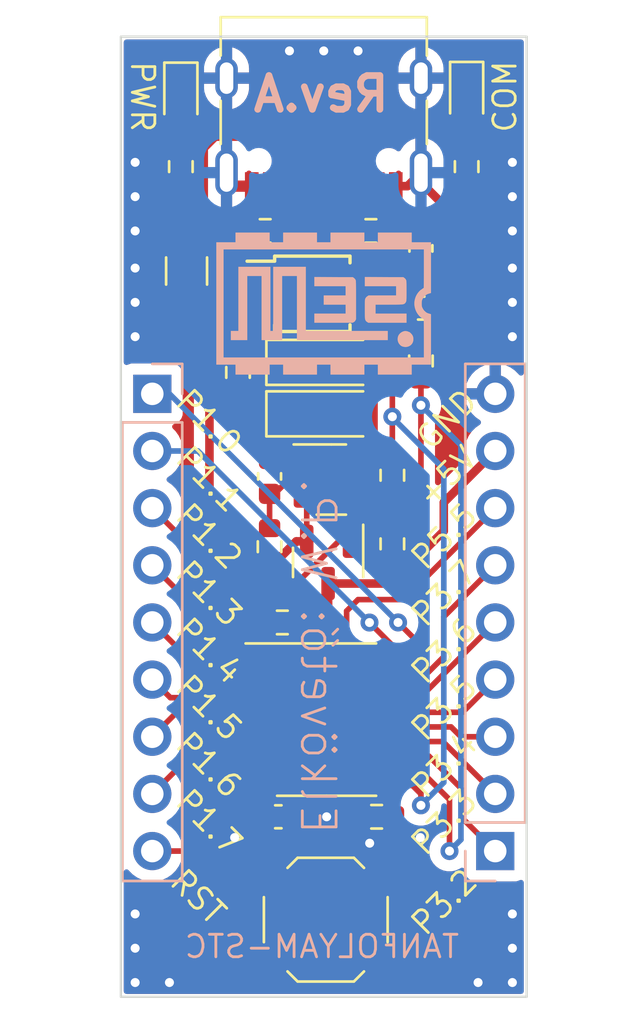
<source format=kicad_pcb>
(kicad_pcb (version 20221018) (generator pcbnew)
  (layers (0 "F.Cu" signal) (31 "B.Cu" signal) (34 "B.Paste" user) (35 "F.Paste" user) (36 "B.SilkS" user "B.Silkscreen") (37 "F.SilkS" user "F.Silkscreen") (38 "B.Mask" user) (39 "F.Mask" user) (44 "Edge.Cuts" user))
  (net 0 "")
  (net 1 "VCC")
  (net 2 "GND")
  (net 3 "Net-(U1-V3)")
  (net 4 "VBUS")
  (net 5 "Net-(D2-A)")
  (net 6 "Net-(C4-Pad2)")
  (net 7 "Net-(D1-K)")
  (net 8 "/P3.0")
  (net 9 "Net-(D3-A)")
  (net 10 "Net-(D4-A)")
  (net 11 "Net-(F1-Pad1)")
  (net 12 "/P1.0")
  (net 13 "/P1.1")
  (net 14 "/P1.2")
  (net 15 "/P1.3")
  (net 16 "/P1.4")
  (net 17 "/P1.5")
  (net 18 "/P1.6")
  (net 19 "/P1.7")
  (net 20 "/RST")
  (net 21 "/P3.2")
  (net 22 "/P3.3")
  (net 23 "/P3.4")
  (net 24 "/P3.5")
  (net 25 "/P3.6")
  (net 26 "/P3.7")
  (net 27 "/P5.5")
  (net 28 "Net-(J3-CC1)")
  (net 29 "/USB_DP")
  (net 30 "/USB_DM")
  (net 32 "Net-(J3-CC2)")
  (net 34 "Net-(Q1-C)")
  (net 35 "/P3.1")
  (net 36 "Net-(U1-RXD)")
  (net 37 "Net-(U1-~{RTS})")
  (net 38 "Net-(U1-TNOW)")
  (footprint "Resistor_SMD:R_0603_1608Metric" (layer "F.Cu") (at 126.809 100.076)
    (fp_text reference "R4" hide)
    (fp_text value "10k")
  )
  (footprint "Resistor_SMD:R_0603_1608Metric" (layer "F.Cu") (at 128.778 79.819 90)
    (fp_text reference "R1" hide)
    (fp_text value "220")
  )
  (footprint "jlcpcb_rotation:USB_C_Receptacle_G-Switch_GT-USB-7010ASV" (layer "F.Cu") (at 124.46 69.626 180)
    (fp_text reference "J3" hide)
    (fp_text value "USB_C_Receptacle_USB2.0")
  )
  (footprint "Capacitor_SMD:C_0603_1608Metric" (layer "F.Cu") (at 122.441 100.076)
    (fp_text reference "C1" hide)
    (fp_text value "100nF")
  )
  (footprint "Button_Switch_SMD:SW_SPST_TL3342" (layer "F.Cu") (at 124.549 104.648)
    (fp_text reference "SW1" hide)
    (fp_text value "SW_Push")
  )
  (footprint "Capacitor_SMD:C_0603_1608Metric" (layer "F.Cu") (at 128.791 77.47)
    (fp_text reference "C3" hide)
    (fp_text value "100nF")
  )
  (footprint "jlcpcb_rotation:MSOP-10_3x3mm_P0.5mm" (layer "F.Cu") (at 123.952 76.835 -90)
    (fp_text reference "U1" hide)
    (fp_text value "CH340E")
  )
  (footprint "Resistor_SMD:R_0603_1608Metric" (layer "F.Cu") (at 121.857 74.041 180)
    (fp_text reference "R8" hide)
    (fp_text value "5k1")
  )
  (footprint "Capacitor_SMD:C_0603_1608Metric" (layer "F.Cu") (at 122.052 84.95 90)
    (fp_text reference "C4" hide)
    (fp_text value "1uF")
  )
  (footprint "jlcpcb_rotation:SOT-23" (layer "F.Cu") (at 124.653 88.773 90)
    (fp_text reference "Q2" hide)
    (fp_text value "AO3401")
  )
  (footprint "Resistor_SMD:R_0603_1608Metric" (layer "F.Cu") (at 122.619 91.44 180)
    (fp_text reference "R7" hide)
    (fp_text value "10k")
  )
  (footprint "Fuse:Fuse_1206_3216Metric" (layer "F.Cu") (at 118.364 75.822 -90)
    (fp_text reference "F1" hide)
    (fp_text value "1A")
  )
  (footprint "Resistor_SMD:R_0603_1608Metric" (layer "F.Cu") (at 122.052 88.074 90)
    (fp_text reference "R5" hide)
    (fp_text value "10k")
  )
  (footprint "Resistor_SMD:R_0603_1608Metric" (layer "F.Cu") (at 127.508 84.899 90)
    (fp_text reference "R2" hide)
    (fp_text value "10k")
  )
  (footprint "Diode_SMD:D_MiniMELF" (layer "F.Cu") (at 124.46 79.883)
    (fp_text reference "D1" hide)
    (fp_text value "LL4148")
  )
  (footprint "Resistor_SMD:R_0603_1608Metric" (layer "F.Cu") (at 120.65 80.328 90)
    (fp_text reference "R6" hide)
    (fp_text value "220")
  )
  (footprint "LED_SMD:LED_0603_1608Metric" (layer "F.Cu") (at 118.11 68.0465 -90)
    (fp_text reference "D3" hide)
    (fp_text value "RED")
  )
  (footprint "Resistor_SMD:R_0603_1608Metric" (layer "F.Cu") (at 130.81 71.183 90)
    (fp_text reference "R11" hide)
    (fp_text value "1k")
  )
  (footprint "Resistor_SMD:R_0603_1608Metric" (layer "F.Cu") (at 126.555 74.041)
    (fp_text reference "R9" hide)
    (fp_text value "5k1")
  )
  (footprint "jlcpcb_rotation:TSSOP-20_4.4x6.5mm_P0.65mm" (layer "F.Cu") (at 124.587 95.758 -90)
    (fp_text reference "U2" hide)
    (fp_text value "STC8G1K08")
  )
  (footprint "Resistor_SMD:R_0603_1608Metric" (layer "F.Cu") (at 118.11 71.183 90)
    (fp_text reference "R10" hide)
    (fp_text value "1k")
  )
  (footprint "LED_SMD:LED_0603_1608Metric" (layer "F.Cu") (at 130.81 68.0155 -90)
    (fp_text reference "D4" hide)
    (fp_text value "ACT")
  )
  (footprint "Resistor_SMD:R_0603_1608Metric" (layer "F.Cu") (at 127.508 87.947 90)
    (fp_text reference "R3" hide)
    (fp_text value "10k")
  )
  (footprint "Capacitor_SMD:C_0603_1608Metric" (layer "F.Cu") (at 128.778 74.816 90)
    (fp_text reference "C2" hide)
    (fp_text value "1uF")
  )
  (footprint "jlcpcb_rotation:SOT-23" (layer "F.Cu") (at 124.7975 85.09 180)
    (fp_text reference "Q1" hide)
    (fp_text value "MMBT3906")
  )
  (footprint "Diode_SMD:D_MiniMELF" (layer "F.Cu") (at 124.46 82.169)
    (fp_text reference "D2" hide)
    (fp_text value "LL4148")
  )
  (footprint "Connector_PinHeader_2.54mm:PinHeader_1x09_P2.54mm_Vertical" (layer "B.Cu") (at 132.08 101.6)
    (fp_text reference "J2" hide)
    (fp_text value "Conn_01x09_Male")
  )
  (footprint "Connector_PinHeader_2.54mm:PinHeader_1x09_P2.54mm_Vertical" (layer "B.Cu") (at 116.84 81.28 180)
    (fp_text reference "J1" hide)
    (fp_text value "Conn_01x09_Male")
  )
  (gr_poly (pts (xy 127.139939 76.092059) (xy 127.994668 76.095159) (xy 128.04221 76.129266) (xy 128.047292 76.132942) (xy 128.052439 76.136971) (xy 128.057619 76.141317) (xy 128.0628 76.145947) (xy 128.067951 76.150826) (xy 128.07304 76.155917) (xy 128.078036 76.161188) (xy 128.082905 76.166602) (xy 128.087618 76.172125) (xy 128.09214 76.177722) (xy 128.096442 76.183359) (xy 128.100491 76.189) (xy 128.104256 76.194611) (xy 128.107704 76.200157) (xy 128.110803 76.205603) (xy 128.113523 76.210914) (xy 128.121073 76.228153) (xy 128.12683 76.248251) (xy 128.131037 76.276099) (xy 128.133935 76.316593) (xy 128.135768 76.374624) (xy 128.136778 76.455086) (xy 128.137294 76.702874) (xy 128.137204 76.843684) (xy 128.137042 76.901472) (xy 128.136762 76.951696) (xy 128.136329 76.994992) (xy 128.135714 77.031996) (xy 128.134883 77.063344) (xy 128.133806 77.089672) (xy 128.132451 77.111615) (xy 128.131658 77.121142) (xy 128.130784 77.12981) (xy 128.129825 77.137701) (xy 128.128776 77.144892) (xy 128.127634 77.151465) (xy 128.126394 77.157497) (xy 128.125053 77.16307) (xy 128.123606 77.168262) (xy 128.12205 77.173152) (xy 128.120381 77.177821) (xy 128.116686 77.186811) (xy 128.11249 77.195867) (xy 128.110013 77.200971) (xy 128.107256 77.20618) (xy 128.104254 77.211453) (xy 128.101041 77.216748) (xy 128.097652 77.222025) (xy 128.094123 77.227242) (xy 128.090487 77.23236) (xy 128.086781 77.237337) (xy 128.083038 77.242133) (xy 128.079294 77.246706) (xy 128.075583 77.251015) (xy 128.07194 77.255021) (xy 128.0684 77.258681) (xy 128.064998 77.261955) (xy 128.061768 77.264802) (xy 128.058746 77.267181) (xy 128.033699 77.282621) (xy 128.019977 77.288934) (xy 128.004292 77.294392) (xy 127.985774 77.299056) (xy 127.963549 77.302989) (xy 127.904492 77.308909) (xy 127.820147 77.31265) (xy 127.703535 77.314707) (xy 127.345611 77.315756) (xy 126.760635 77.315756) (xy 126.760635 77.713665) (xy 128.137294 77.713665) (xy 128.137294 78.121909) (xy 126.441274 78.121909) (xy 126.387531 78.086769) (xy 126.380199 78.082126) (xy 126.373305 78.077483) (xy 126.366826 78.072816) (xy 126.36074 78.068101) (xy 126.355022 78.063312) (xy 126.349651 78.058427) (xy 126.344605 78.053421) (xy 126.339859 78.04827) (xy 126.335392 78.042949) (xy 126.331181 78.037434) (xy 126.327203 78.031701) (xy 126.323436 78.025726) (xy 126.319856 78.019484) (xy 126.316441 78.012952) (xy 126.313169 78.006105) (xy 126.310016 77.998919) (xy 126.302763 77.980045) (xy 126.297145 77.958385) (xy 126.292957 77.92941) (xy 126.289992 77.88859) (xy 126.288044 77.831394) (xy 126.286907 77.753294) (xy 126.286245 77.516261) (xy 126.286298 77.376916) (xy 126.286422 77.320048) (xy 126.286665 77.27083) (xy 126.287065 77.228601) (xy 126.287662 77.192698) (xy 126.288495 77.162457) (xy 126.289013 77.149252) (xy 126.289604 77.137214) (xy 126.290274 77.126261) (xy 126.291028 77.116308) (xy 126.29187 77.107274) (xy 126.292806 77.099075) (xy 126.29384 77.091628) (xy 126.294977 77.084851) (xy 126.296223 77.078661) (xy 126.297582 77.072974) (xy 126.299058 77.067709) (xy 126.300658 77.062781) (xy 126.302386 77.058108) (xy 126.304247 77.053608) (xy 126.306245 77.049197) (xy 126.308387 77.044792) (xy 126.313117 77.035671) (xy 126.316362 77.029312) (xy 126.319891 77.02303) (xy 126.323699 77.016826) (xy 126.32778 77.010704) (xy 126.332127 77.004667) (xy 126.336734 76.998718) (xy 126.341596 76.992859) (xy 126.346706 76.987095) (xy 126.352059 76.981427) (xy 126.357647 76.975859) (xy 126.363466 76.970394) (xy 126.369508 76.965035) (xy 126.375769 76.959785) (xy 126.382242 76.954648) (xy 126.38892 76.949625) (xy 126.395799 76.94472) (xy 126.450576 76.907512) (xy 127.674274 76.907512) (xy 127.674274 76.498236) (xy 126.286245 76.498236) (xy 126.286245 76.088958)) (fill solid) (layer "B.SilkS"))
  (gr_poly (pts (xy 128.099401 78.491486) (xy 128.111621 78.492215) (xy 128.123859 78.493333) (xy 128.135999 78.494827) (xy 128.147928 78.496682) (xy 128.15953 78.498885) (xy 128.17069 78.501424) (xy 128.181293 78.504283) (xy 128.191224 78.507449) (xy 128.200367 78.510909) (xy 128.208608 78.514649) (xy 128.211924 78.516368) (xy 128.215268 78.518031) (xy 128.218621 78.51963) (xy 128.221963 78.521158) (xy 128.225275 78.522607) (xy 128.228538 78.52397) (xy 128.23173 78.525239) (xy 128.234834 78.526406) (xy 128.237828 78.527465) (xy 128.240694 78.528407) (xy 128.243411 78.529224) (xy 128.24596 78.52991) (xy 128.248322 78.530457) (xy 128.250476 78.530857) (xy 128.252403 78.531103) (xy 128.254083 78.531186) (xy 128.255388 78.531317) (xy 128.256962 78.531703) (xy 128.258784 78.532331) (xy 128.260833 78.533189) (xy 128.263089 78.534265) (xy 128.265529 78.535546) (xy 128.268132 78.537022) (xy 128.270878 78.538679) (xy 128.273745 78.540506) (xy 128.276712 78.54249) (xy 128.279758 78.54462) (xy 128.282861 78.546883) (xy 128.286 78.549267) (xy 128.289155 78.55176) (xy 128.292303 78.55435) (xy 128.295424 78.557025) (xy 128.315819 78.575856) (xy 128.334414 78.59407) (xy 128.351273 78.611799) (xy 128.366463 78.629178) (xy 128.380048 78.646338) (xy 128.392094 78.663413) (xy 128.402664 78.680537) (xy 128.411825 78.697843) (xy 128.419642 78.715463) (xy 128.42618 78.733532) (xy 128.431503 78.752182) (xy 128.435677 78.771546) (xy 128.438767 78.791758) (xy 128.440839 78.812952) (xy 128.441956 78.83526) (xy 128.442185 78.858815) (xy 128.441473 78.880379) (xy 128.439554 78.901451) (xy 128.436461 78.922009) (xy 128.432228 78.942026) (xy 128.426889 78.961478) (xy 128.420478 78.980342) (xy 128.413028 78.998591) (xy 128.404575 79.016202) (xy 128.395151 79.033149) (xy 128.38479 79.049409) (xy 128.373527 79.064957) (xy 128.361395 79.079768) (xy 128.348428 79.093817) (xy 128.33466 79.10708) (xy 128.320124 79.119532) (xy 128.304856 79.13115) (xy 128.288888 79.141907) (xy 128.272254 79.151779) (xy 128.254988 79.160743) (xy 128.237125 79.168772) (xy 128.218698 79.175844) (xy 128.199741 79.181932) (xy 128.180287 79.187013) (xy 128.160372 79.191062) (xy 128.140028 79.194054) (xy 128.119289 79.195964) (xy 128.098189 79.196769) (xy 128.076763 79.196443) (xy 128.055044 79.194962) (xy 128.033065 79.192302) (xy 128.010862 79.188437) (xy 127.988467 79.183343) (xy 127.976428 79.180186) (xy 127.965071 79.176891) (xy 127.954326 79.173414) (xy 127.944122 79.169713) (xy 127.934391 79.165745) (xy 127.925062 79.161469) (xy 127.916067 79.156841) (xy 127.907335 79.15182) (xy 127.898796 79.146363) (xy 127.890382 79.140427) (xy 127.882022 79.13397) (xy 127.873648 79.126951) (xy 127.865188 79.119325) (xy 127.856574 79.111052) (xy 127.847736 79.102088) (xy 127.838605 79.092392) (xy 127.822837 79.074354) (xy 127.808481 79.055538) (xy 127.795546 79.035993) (xy 127.784038 79.015766) (xy 127.773965 78.994902) (xy 127.765335 78.97345) (xy 127.758156 78.951455) (xy 127.752434 78.928965) (xy 127.748178 78.906028) (xy 127.745395 78.882689) (xy 127.744093 78.858996) (xy 127.744279 78.834995) (xy 127.745961 78.810734) (xy 127.749146 78.78626) (xy 127.753842 78.761619) (xy 127.760056 78.736858) (xy 127.767015 78.715896) (xy 127.775808 78.695311) (xy 127.786329 78.675193) (xy 127.798475 78.65563) (xy 127.81214 78.636708) (xy 127.827222 78.618515) (xy 127.843614 78.601141) (xy 127.861213 78.584671) (xy 127.879914 78.569195) (xy 127.899613 78.5548) (xy 127.920205 78.541573) (xy 127.941586 78.529604) (xy 127.963652 78.518978) (xy 127.986297 78.509785) (xy 128.009417 78.502112) (xy 128.032908 78.496046) (xy 128.042602 78.494154) (xy 128.053005 78.492734) (xy 128.064002 78.49177) (xy 128.075476 78.49125) (xy 128.087315 78.49116)) (fill solid) (layer "B.SilkS"))
  (gr_poly (pts (xy 122.053945 74.546934) (xy 122.655459 74.546934) (xy 122.655459 74.114918) (xy 124.159243 74.114918) (xy 124.159243 74.546934) (xy 124.760757 74.546934) (xy 124.760757 74.114918) (xy 126.263507 74.114918) (xy 126.263507 74.546934) (xy 126.865021 74.546934) (xy 126.865021 74.114918) (xy 128.367772 74.114918) (xy 128.367772 74.546934) (xy 129.223533 74.546934) (xy 129.223533 76.798992) (xy 129.152219 76.819663) (xy 129.13349 76.825154) (xy 129.116333 76.830452) (xy 129.100574 76.835657) (xy 129.086041 76.840866) (xy 129.072563 76.846178) (xy 129.059965 76.851692) (xy 129.048076 76.857505) (xy 129.036723 76.863717) (xy 129.025733 76.870425) (xy 129.014934 76.877728) (xy 129.004153 76.885725) (xy 128.993218 76.894513) (xy 128.981956 76.904191) (xy 128.970194 76.914858) (xy 128.95776 76.926613) (xy 128.944481 76.939552) (xy 128.936622 76.947204) (xy 128.928943 76.955037) (xy 128.921456 76.963036) (xy 128.914169 76.971188) (xy 128.907095 76.979479) (xy 128.900243 76.987896) (xy 128.893624 76.996425) (xy 128.887249 77.005052) (xy 128.881128 77.013764) (xy 128.875272 77.022547) (xy 128.869692 77.031388) (xy 128.864398 77.040273) (xy 128.859401 77.049188) (xy 128.854711 77.058119) (xy 128.850339 77.067054) (xy 128.846295 77.075978) (xy 128.836566 77.098187) (xy 128.832497 77.108221) (xy 128.828919 77.117804) (xy 128.825801 77.127132) (xy 128.823114 77.136403) (xy 128.820826 77.145813) (xy 128.818907 77.15556) (xy 128.817327 77.165839) (xy 128.816057 77.176848) (xy 128.815065 77.188783) (xy 128.814321 77.201842) (xy 128.813457 77.232117) (xy 128.813223 77.269248) (xy 128.813382 77.30809) (xy 128.813652 77.324454) (xy 128.814111 77.339108) (xy 128.814806 77.352296) (xy 128.815784 77.364264) (xy 128.817092 77.375257) (xy 128.818778 77.38552) (xy 128.820887 77.395298) (xy 128.823467 77.404838) (xy 128.826565 77.414383) (xy 128.830227 77.42418) (xy 128.834501 77.434473) (xy 128.839434 77.445509) (xy 128.851463 77.470786) (xy 128.855477 77.478818) (xy 128.859743 77.486983) (xy 128.864221 77.495221) (xy 128.868871 77.503471) (xy 128.878532 77.519765) (xy 128.888411 77.535381) (xy 128.893334 77.542784) (xy 128.898194 77.549835) (xy 128.90295 77.556474) (xy 128.907564 77.562641) (xy 128.911996 77.568275) (xy 128.916208 77.573315) (xy 128.920159 77.577702) (xy 128.92381 77.581374) (xy 128.955879 77.612333) (xy 128.969894 77.625382) (xy 128.982899 77.637006) (xy 128.995146 77.647353) (xy 129.00689 77.656569) (xy 129.018382 77.6648) (xy 129.029876 77.672195) (xy 129.041624 77.678899) (xy 129.053879 77.685059) (xy 129.066894 77.690823) (xy 129.080922 77.696337) (xy 129.096216 77.701748) (xy 129.113028 77.707203) (xy 129.152219 77.718833) (xy 129.223533 77.740537) (xy 129.223533 79.980193) (xy 128.367772 79.980193) (xy 128.367772 80.423577) (xy 126.865021 80.423577) (xy 126.865021 79.980193) (xy 126.263507 79.980193) (xy 126.263507 80.423577) (xy 124.760757 80.423577) (xy 124.760757 79.980193) (xy 124.159243 79.980193) (xy 124.159243 80.423577) (xy 122.655459 80.423577) (xy 122.655459 79.980193) (xy 122.053945 79.980193) (xy 122.053945 80.423577) (xy 120.539826 80.423577) (xy 120.539826 79.980193) (xy 119.684064 79.980193) (xy 119.684064 79.664967) (xy 120.007559 79.664967) (xy 128.911407 79.664967) (xy 128.911407 78.811272) (xy 128.910794 78.446517) (xy 128.908823 78.17914) (xy 128.907269 78.083694) (xy 128.905303 78.014664) (xy 128.902901 77.972739) (xy 128.901529 77.962158) (xy 128.900799 77.959499) (xy 128.900038 77.958611) (xy 128.898738 77.958397) (xy 128.896801 77.957769) (xy 128.891189 77.955365) (xy 128.883543 77.95158) (xy 128.8742 77.946596) (xy 128.863502 77.940595) (xy 128.851786 77.933758) (xy 128.839391 77.926267) (xy 128.826658 77.918304) (xy 128.794909 77.896407) (xy 128.764418 77.872626) (xy 128.735232 77.847042) (xy 128.707399 77.819731) (xy 128.680964 77.790773) (xy 128.655975 77.760246) (xy 128.632478 77.72823) (xy 128.610522 77.694803) (xy 128.590152 77.660044) (xy 128.571415 77.624031) (xy 128.554359 77.586843) (xy 128.539031 77.548559) (xy 128.525476 77.509257) (xy 128.513744 77.469017) (xy 128.503879 77.427918) (xy 128.495929 77.386036) (xy 128.490351 77.345803) (xy 128.487152 77.305042) (xy 128.486291 77.263905) (xy 128.487726 77.222545) (xy 128.491413 77.181112) (xy 128.49731 77.139758) (xy 128.505375 77.098634) (xy 128.515566 77.057891) (xy 128.52784 77.017681) (xy 128.542155 76.978156) (xy 128.558469 76.939466) (xy 128.576738 76.901764) (xy 128.596921 76.8652) (xy 128.618976 76.829925) (xy 128.642859 76.796092) (xy 128.668528 76.763852) (xy 128.675741 76.755379) (xy 128.683359 76.746696) (xy 128.691276 76.737907) (xy 128.699389 76.729116) (xy 128.715782 76.711948) (xy 128.723853 76.703779) (xy 128.731703 76.696027) (xy 128.739225 76.688796) (xy 128.746315 76.682189) (xy 128.75287 76.676313) (xy 128.758784 76.671271) (xy 128.763954 76.667167) (xy 128.768274 76.664107) (xy 128.770083 76.663) (xy 128.77164 76.662194) (xy 128.772933 76.6617) (xy 128.773948 76.661533) (xy 128.774973 76.661319) (xy 128.776478 76.660691) (xy 128.778433 76.659673) (xy 128.780812 76.658287) (xy 128.78672 76.654502) (xy 128.793973 76.649518) (xy 128.80234 76.643517) (xy 128.811591 76.63668) (xy 128.821497 76.629189) (xy 128.831826 76.621225) (xy 128.837077 76.617014) (xy 128.842341 76.612921) (xy 128.847584 76.608967) (xy 128.852771 76.605173) (xy 128.857867 76.601561) (xy 128.862838 76.598153) (xy 128.867648 76.594968) (xy 128.872263 76.592028) (xy 128.876647 76.589355) (xy 128.880767 76.586969) (xy 128.884587 76.584893) (xy 128.888073 76.583146) (xy 128.891188 76.581751) (xy 128.8939 76.580728) (xy 128.896173 76.580099) (xy 128.897134 76.579938) (xy 128.897972 76.579884) (xy 128.899826 76.577699) (xy 128.901516 76.570831) (xy 128.904431 76.541175) (xy 128.908565 76.405089) (xy 128.910761 76.141684) (xy 128.911407 75.721022) (xy 128.911407 74.86216) (xy 120.007559 74.86216) (xy 120.007559 79.664967) (xy 119.684064 79.664967) (xy 119.684064 74.546934) (xy 120.539826 74.546934) (xy 120.539826 74.114918) (xy 122.053945 74.114918)) (fill solid) (layer "B.SilkS"))
  (gr_poly (pts (xy 127.139939 76.092059) (xy 127.994668 76.095159) (xy 128.04221 76.129266) (xy 128.047292 76.132942) (xy 128.052439 76.136971) (xy 128.057619 76.141317) (xy 128.0628 76.145947) (xy 128.067951 76.150826) (xy 128.07304 76.155917) (xy 128.078036 76.161188) (xy 128.082905 76.166602) (xy 128.087618 76.172125) (xy 128.09214 76.177722) (xy 128.096442 76.183359) (xy 128.100491 76.189) (xy 128.104256 76.194611) (xy 128.107704 76.200157) (xy 128.110803 76.205603) (xy 128.113523 76.210914) (xy 128.121073 76.228153) (xy 128.12683 76.248251) (xy 128.131037 76.276099) (xy 128.133935 76.316593) (xy 128.135768 76.374624) (xy 128.136778 76.455086) (xy 128.137294 76.702874) (xy 128.137204 76.843684) (xy 128.137042 76.901472) (xy 128.136762 76.951696) (xy 128.136329 76.994992) (xy 128.135714 77.031996) (xy 128.134883 77.063344) (xy 128.133806 77.089672) (xy 128.132451 77.111615) (xy 128.131658 77.121142) (xy 128.130784 77.12981) (xy 128.129825 77.137701) (xy 128.128776 77.144892) (xy 128.127634 77.151465) (xy 128.126394 77.157497) (xy 128.125053 77.16307) (xy 128.123606 77.168262) (xy 128.12205 77.173152) (xy 128.120381 77.177821) (xy 128.116686 77.186811) (xy 128.11249 77.195867) (xy 128.110013 77.200971) (xy 128.107256 77.20618) (xy 128.104254 77.211453) (xy 128.101041 77.216748) (xy 128.097652 77.222025) (xy 128.094123 77.227242) (xy 128.090487 77.23236) (xy 128.086781 77.237337) (xy 128.083038 77.242133) (xy 128.079294 77.246706) (xy 128.075583 77.251015) (xy 128.07194 77.255021) (xy 128.0684 77.258681) (xy 128.064998 77.261955) (xy 128.061768 77.264802) (xy 128.058746 77.267181) (xy 128.033699 77.282621) (xy 128.019977 77.288934) (xy 128.004292 77.294392) (xy 127.985774 77.299056) (xy 127.963549 77.302989) (xy 127.904492 77.308909) (xy 127.820147 77.31265) (xy 127.703535 77.314707) (xy 127.345611 77.315756) (xy 126.760635 77.315756) (xy 126.760635 77.713665) (xy 128.137294 77.713665) (xy 128.137294 78.121909) (xy 126.441274 78.121909) (xy 126.387531 78.086769) (xy 126.380199 78.082126) (xy 126.373305 78.077483) (xy 126.366826 78.072816) (xy 126.36074 78.068101) (xy 126.355022 78.063312) (xy 126.349651 78.058427) (xy 126.344605 78.053421) (xy 126.339859 78.04827) (xy 126.335392 78.042949) (xy 126.331181 78.037434) (xy 126.327203 78.031701) (xy 126.323436 78.025726) (xy 126.319856 78.019484) (xy 126.316441 78.012952) (xy 126.313169 78.006105) (xy 126.310016 77.998919) (xy 126.302763 77.980045) (xy 126.297145 77.958385) (xy 126.292957 77.92941) (xy 126.289992 77.88859) (xy 126.288044 77.831394) (xy 126.286907 77.753294) (xy 126.286245 77.516261) (xy 126.286298 77.376916) (xy 126.286422 77.320048) (xy 126.286665 77.27083) (xy 126.287065 77.228601) (xy 126.287662 77.192698) (xy 126.288495 77.162457) (xy 126.289013 77.149252) (xy 126.289604 77.137214) (xy 126.290274 77.126261) (xy 126.291028 77.116308) (xy 126.29187 77.107274) (xy 126.292806 77.099075) (xy 126.29384 77.091628) (xy 126.294977 77.084851) (xy 126.296223 77.078661) (xy 126.297582 77.072974) (xy 126.299058 77.067709) (xy 126.300658 77.062781) (xy 126.302386 77.058108) (xy 126.304247 77.053608) (xy 126.306245 77.049197) (xy 126.308387 77.044792) (xy 126.313117 77.035671) (xy 126.316362 77.029312) (xy 126.319891 77.02303) (xy 126.323699 77.016826) (xy 126.32778 77.010704) (xy 126.332127 77.004667) (xy 126.336734 76.998718) (xy 126.341596 76.992859) (xy 126.346706 76.987095) (xy 126.352059 76.981427) (xy 126.357647 76.975859) (xy 126.363466 76.970394) (xy 126.369508 76.965035) (xy 126.375769 76.959785) (xy 126.382242 76.954648) (xy 126.38892 76.949625) (xy 126.395799 76.94472) (xy 126.450576 76.907512) (xy 127.674274 76.907512) (xy 127.674274 76.498236) (xy 126.286245 76.498236) (xy 126.286245 76.088958)) (fill solid) (layer "B.SilkS"))
  (gr_poly (pts (xy 125.750877 76.095159) (xy 125.798419 76.129266) (xy 125.803501 76.132942) (xy 125.80865 76.136971) (xy 125.813834 76.141317) (xy 125.819025 76.145947) (xy 125.824192 76.150826) (xy 125.829304 76.155917) (xy 125.834332 76.161188) (xy 125.839244 76.166602) (xy 125.844011 76.172125) (xy 125.848602 76.177722) (xy 125.852988 76.183359) (xy 125.857137 76.189) (xy 125.86102 76.194611) (xy 125.864606 76.200157) (xy 125.867865 76.205603) (xy 125.870766 76.210914) (xy 125.878271 76.229169) (xy 125.883911 76.254823) (xy 125.887953 76.297701) (xy 125.890662 76.367623) (xy 125.893149 76.627895) (xy 125.893504 77.114218) (xy 125.893504 77.966879) (xy 125.866632 78.017522) (xy 125.863082 78.023979) (xy 125.859402 78.030179) (xy 125.855582 78.03613) (xy 125.851614 78.041843) (xy 125.847488 78.047325) (xy 125.843196 78.052586) (xy 125.838729 78.057635) (xy 125.834076 78.062481) (xy 125.82923 78.067133) (xy 125.824181 78.071601) (xy 125.81892 78.075893) (xy 125.813438 78.080019) (xy 125.807726 78.083987) (xy 125.801774 78.087806) (xy 125.795575 78.091487) (xy 125.789118 78.095037) (xy 125.739508 78.121909) (xy 124.043488 78.121909) (xy 124.043488 77.713665) (xy 125.431517 77.713665) (xy 125.431517 77.315756) (xy 124.46 77.315756) (xy 124.46 76.907512) (xy 125.431517 76.907512) (xy 125.431517 76.498236) (xy 124.043488 76.498236) (xy 124.043488 76.088958)) (fill solid) (layer "B.SilkS"))
  (gr_poly (pts (xy 128.099401 78.491486) (xy 128.111621 78.492215) (xy 128.123859 78.493333) (xy 128.135999 78.494827) (xy 128.147928 78.496682) (xy 128.15953 78.498885) (xy 128.17069 78.501424) (xy 128.181293 78.504283) (xy 128.191224 78.507449) (xy 128.200367 78.510909) (xy 128.208608 78.514649) (xy 128.211924 78.516368) (xy 128.215268 78.518031) (xy 128.218621 78.51963) (xy 128.221963 78.521158) (xy 128.225275 78.522607) (xy 128.228538 78.52397) (xy 128.23173 78.525239) (xy 128.234834 78.526406) (xy 128.237828 78.527465) (xy 128.240694 78.528407) (xy 128.243411 78.529224) (xy 128.24596 78.52991) (xy 128.248322 78.530457) (xy 128.250476 78.530857) (xy 128.252403 78.531103) (xy 128.254083 78.531186) (xy 128.255388 78.531317) (xy 128.256962 78.531703) (xy 128.258784 78.532331) (xy 128.260833 78.533189) (xy 128.263089 78.534265) (xy 128.265529 78.535546) (xy 128.268132 78.537022) (xy 128.270878 78.538679) (xy 128.273745 78.540506) (xy 128.276712 78.54249) (xy 128.279758 78.54462) (xy 128.282861 78.546883) (xy 128.286 78.549267) (xy 128.289155 78.55176) (xy 128.292303 78.55435) (xy 128.295424 78.557025) (xy 128.315819 78.575856) (xy 128.334414 78.59407) (xy 128.351273 78.611799) (xy 128.366463 78.629178) (xy 128.380048 78.646338) (xy 128.392094 78.663413) (xy 128.402664 78.680537) (xy 128.411825 78.697843) (xy 128.419642 78.715463) (xy 128.42618 78.733532) (xy 128.431503 78.752182) (xy 128.435677 78.771546) (xy 128.438767 78.791758) (xy 128.440839 78.812952) (xy 128.441956 78.83526) (xy 128.442185 78.858815) (xy 128.441473 78.880379) (xy 128.439554 78.901451) (xy 128.436461 78.922009) (xy 128.432228 78.942026) (xy 128.426889 78.961478) (xy 128.420478 78.980342) (xy 128.413028 78.998591) (xy 128.404575 79.016202) (xy 128.395151 79.033149) (xy 128.38479 79.049409) (xy 128.373527 79.064957) (xy 128.361395 79.079768) (xy 128.348428 79.093817) (xy 128.33466 79.10708) (xy 128.320124 79.119532) (xy 128.304856 79.13115) (xy 128.288888 79.141907) (xy 128.272254 79.151779) (xy 128.254988 79.160743) (xy 128.237125 79.168772) (xy 128.218698 79.175844) (xy 128.199741 79.181932) (xy 128.180287 79.187013) (xy 128.160372 79.191062) (xy 128.140028 79.194054) (xy 128.119289 79.195964) (xy 128.098189 79.196769) (xy 128.076763 79.196443) (xy 128.055044 79.194962) (xy 128.033065 79.192302) (xy 128.010862 79.188437) (xy 127.988467 79.183343) (xy 127.976428 79.180186) (xy 127.965071 79.176891) (xy 127.954326 79.173414) (xy 127.944122 79.169713) (xy 127.934391 79.165745) (xy 127.925062 79.161469) (xy 127.916067 79.156841) (xy 127.907335 79.15182) (xy 127.898796 79.146363) (xy 127.890382 79.140427) (xy 127.882022 79.13397) (xy 127.873648 79.126951) (xy 127.865188 79.119325) (xy 127.856574 79.111052) (xy 127.847736 79.102088) (xy 127.838605 79.092392) (xy 127.822837 79.074354) (xy 127.808481 79.055538) (xy 127.795546 79.035993) (xy 127.784038 79.015766) (xy 127.773965 78.994902) (xy 127.765335 78.97345) (xy 127.758156 78.951455) (xy 127.752434 78.928965) (xy 127.748178 78.906028) (xy 127.745395 78.882689) (xy 127.744093 78.858996) (xy 127.744279 78.834995) (xy 127.745961 78.810734) (xy 127.749146 78.78626) (xy 127.753842 78.761619) (xy 127.760056 78.736858) (xy 127.767015 78.715896) (xy 127.775808 78.695311) (xy 127.786329 78.675193) (xy 127.798475 78.65563) (xy 127.81214 78.636708) (xy 127.827222 78.618515) (xy 127.843614 78.601141) (xy 127.861213 78.584671) (xy 127.879914 78.569195) (xy 127.899613 78.5548) (xy 127.920205 78.541573) (xy 127.941586 78.529604) (xy 127.963652 78.518978) (xy 127.986297 78.509785) (xy 128.009417 78.502112) (xy 128.032908 78.496046) (xy 128.042602 78.494154) (xy 128.053005 78.492734) (xy 128.064002 78.49177) (xy 128.075476 78.49125) (xy 128.087315 78.49116)) (fill solid) (layer "B.SilkS"))
  (gr_poly (pts (xy 122.089085 78.484677) (xy 122.216209 78.484677) (xy 122.216209 75.634205) (xy 123.662116 75.634205) (xy 123.662116 78.484677) (xy 127.30427 78.484677) (xy 127.30427 78.892921) (xy 123.268341 78.892921) (xy 123.268341 76.042449) (xy 122.60895 76.042449) (xy 122.60895 78.892921) (xy 121.696345 78.892921) (xy 121.696345 76.042449) (xy 121.059691 76.042449) (xy 121.059691 78.892921) (xy 120.331053 78.892921) (xy 120.331053 78.484677) (xy 120.66695 78.484677) (xy 120.66695 75.634205) (xy 122.089085 75.634205)) (fill solid) (layer "B.SilkS"))
  (gr_poly (pts (xy 122.089085 78.484677) (xy 122.216209 78.484677) (xy 122.216209 75.634205) (xy 123.662116 75.634205) (xy 123.662116 78.484677) (xy 127.30427 78.484677) (xy 127.30427 78.892921) (xy 123.268341 78.892921) (xy 123.268341 76.042449) (xy 122.60895 76.042449) (xy 122.60895 78.892921) (xy 121.696345 78.892921) (xy 121.696345 76.042449) (xy 121.059691 76.042449) (xy 121.059691 78.892921) (xy 120.331053 78.892921) (xy 120.331053 78.484677) (xy 120.66695 78.484677) (xy 120.66695 75.634205) (xy 122.089085 75.634205)) (fill solid) (layer "B.SilkS"))
  (gr_poly (pts (xy 125.750877 76.095159) (xy 125.798419 76.129266) (xy 125.803501 76.132942) (xy 125.80865 76.136971) (xy 125.813834 76.141317) (xy 125.819025 76.145947) (xy 125.824192 76.150826) (xy 125.829304 76.155917) (xy 125.834332 76.161188) (xy 125.839244 76.166602) (xy 125.844011 76.172125) (xy 125.848602 76.177722) (xy 125.852988 76.183359) (xy 125.857137 76.189) (xy 125.86102 76.194611) (xy 125.864606 76.200157) (xy 125.867865 76.205603) (xy 125.870766 76.210914) (xy 125.878271 76.229169) (xy 125.883911 76.254823) (xy 125.887953 76.297701) (xy 125.890662 76.367623) (xy 125.893149 76.627895) (xy 125.893504 77.114218) (xy 125.893504 77.966879) (xy 125.866632 78.017522) (xy 125.863082 78.023979) (xy 125.859402 78.030179) (xy 125.855582 78.03613) (xy 125.851614 78.041843) (xy 125.847488 78.047325) (xy 125.843196 78.052586) (xy 125.838729 78.057635) (xy 125.834076 78.062481) (xy 125.82923 78.067133) (xy 125.824181 78.071601) (xy 125.81892 78.075893) (xy 125.813438 78.080019) (xy 125.807726 78.083987) (xy 125.801774 78.087806) (xy 125.795575 78.091487) (xy 125.789118 78.095037) (xy 125.739508 78.121909) (xy 124.043488 78.121909) (xy 124.043488 77.713665) (xy 125.431517 77.713665) (xy 125.431517 77.315756) (xy 124.46 77.315756) (xy 124.46 76.907512) (xy 125.431517 76.907512) (xy 125.431517 76.498236) (xy 124.043488 76.498236) (xy 124.043488 76.088958)) (fill solid) (layer "B.SilkS"))
  (gr_poly (pts (xy 122.053945 74.546934) (xy 122.655459 74.546934) (xy 122.655459 74.114918) (xy 124.159243 74.114918) (xy 124.159243 74.546934) (xy 124.760757 74.546934) (xy 124.760757 74.114918) (xy 126.263507 74.114918) (xy 126.263507 74.546934) (xy 126.865021 74.546934) (xy 126.865021 74.114918) (xy 128.367772 74.114918) (xy 128.367772 74.546934) (xy 129.223533 74.546934) (xy 129.223533 76.798992) (xy 129.152219 76.819663) (xy 129.13349 76.825154) (xy 129.116333 76.830452) (xy 129.100574 76.835657) (xy 129.086041 76.840866) (xy 129.072563 76.846178) (xy 129.059965 76.851692) (xy 129.048076 76.857505) (xy 129.036723 76.863717) (xy 129.025733 76.870425) (xy 129.014934 76.877728) (xy 129.004153 76.885725) (xy 128.993218 76.894513) (xy 128.981956 76.904191) (xy 128.970194 76.914858) (xy 128.95776 76.926613) (xy 128.944481 76.939552) (xy 128.936622 76.947204) (xy 128.928943 76.955037) (xy 128.921456 76.963036) (xy 128.914169 76.971188) (xy 128.907095 76.979479) (xy 128.900243 76.987896) (xy 128.893624 76.996425) (xy 128.887249 77.005052) (xy 128.881128 77.013764) (xy 128.875272 77.022547) (xy 128.869692 77.031388) (xy 128.864398 77.040273) (xy 128.859401 77.049188) (xy 128.854711 77.058119) (xy 128.850339 77.067054) (xy 128.846295 77.075978) (xy 128.836566 77.098187) (xy 128.832497 77.108221) (xy 128.828919 77.117804) (xy 128.825801 77.127132) (xy 128.823114 77.136403) (xy 128.820826 77.145813) (xy 128.818907 77.15556) (xy 128.817327 77.165839) (xy 128.816057 77.176848) (xy 128.815065 77.188783) (xy 128.814321 77.201842) (xy 128.813457 77.232117) (xy 128.813223 77.269248) (xy 128.813382 77.30809) (xy 128.813652 77.324454) (xy 128.814111 77.339108) (xy 128.814806 77.352296) (xy 128.815784 77.364264) (xy 128.817092 77.375257) (xy 128.818778 77.38552) (xy 128.820887 77.395298) (xy 128.823467 77.404838) (xy 128.826565 77.414383) (xy 128.830227 77.42418) (xy 128.834501 77.434473) (xy 128.839434 77.445509) (xy 128.851463 77.470786) (xy 128.855477 77.478818) (xy 128.859743 77.486983) (xy 128.864221 77.495221) (xy 128.868871 77.503471) (xy 128.878532 77.519765) (xy 128.888411 77.535381) (xy 128.893334 77.542784) (xy 128.898194 77.549835) (xy 128.90295 77.556474) (xy 128.907564 77.562641) (xy 128.911996 77.568275) (xy 128.916208 77.573315) (xy 128.920159 77.577702) (xy 128.92381 77.581374) (xy 128.955879 77.612333) (xy 128.969894 77.625382) (xy 128.982899 77.637006) (xy 128.995146 77.647353) (xy 129.00689 77.656569) (xy 129.018382 77.6648) (xy 129.029876 77.672195) (xy 129.041624 77.678899) (xy 129.053879 77.685059) (xy 129.066894 77.690823) (xy 129.080922 77.696337) (xy 129.096216 77.701748) (xy 129.113028 77.707203) (xy 129.152219 77.718833) (xy 129.223533 77.740537) (xy 129.223533 79.980193) (xy 128.367772 79.980193) (xy 128.367772 80.423577) (xy 126.865021 80.423577) (xy 126.865021 79.980193) (xy 126.263507 79.980193) (xy 126.263507 80.423577) (xy 124.760757 80.423577) (xy 124.760757 79.980193) (xy 124.159243 79.980193) (xy 124.159243 80.423577) (xy 122.655459 80.423577) (xy 122.655459 79.980193) (xy 122.053945 79.980193) (xy 122.053945 80.423577) (xy 120.539826 80.423577) (xy 120.539826 79.980193) (xy 119.684064 79.980193) (xy 119.684064 79.664967) (xy 120.007559 79.664967) (xy 128.911407 79.664967) (xy 128.911407 78.811272) (xy 128.910794 78.446517) (xy 128.908823 78.17914) (xy 128.907269 78.083694) (xy 128.905303 78.014664) (xy 128.902901 77.972739) (xy 128.901529 77.962158) (xy 128.900799 77.959499) (xy 128.900038 77.958611) (xy 128.898738 77.958397) (xy 128.896801 77.957769) (xy 128.891189 77.955365) (xy 128.883543 77.95158) (xy 128.8742 77.946596) (xy 128.863502 77.940595) (xy 128.851786 77.933758) (xy 128.839391 77.926267) (xy 128.826658 77.918304) (xy 128.794909 77.896407) (xy 128.764418 77.872626) (xy 128.735232 77.847042) (xy 128.707399 77.819731) (xy 128.680964 77.790773) (xy 128.655975 77.760246) (xy 128.632478 77.72823) (xy 128.610522 77.694803) (xy 128.590152 77.660044) (xy 128.571415 77.624031) (xy 128.554359 77.586843) (xy 128.539031 77.548559) (xy 128.525476 77.509257) (xy 128.513744 77.469017) (xy 128.503879 77.427918) (xy 128.495929 77.386036) (xy 128.490351 77.345803) (xy 128.487152 77.305042) (xy 128.486291 77.263905) (xy 128.487726 77.222545) (xy 128.491413 77.181112) (xy 128.49731 77.139758) (xy 128.505375 77.098634) (xy 128.515566 77.057891) (xy 128.52784 77.017681) (xy 128.542155 76.978156) (xy 128.558469 76.939466) (xy 128.576738 76.901764) (xy 128.596921 76.8652) (xy 128.618976 76.829925) (xy 128.642859 76.796092) (xy 128.668528 76.763852) (xy 128.675741 76.755379) (xy 128.683359 76.746696) (xy 128.691276 76.737907) (xy 128.699389 76.729116) (xy 128.715782 76.711948) (xy 128.723853 76.703779) (xy 128.731703 76.696027) (xy 128.739225 76.688796) (xy 128.746315 76.682189) (xy 128.75287 76.676313) (xy 128.758784 76.671271) (xy 128.763954 76.667167) (xy 128.768274 76.664107) (xy 128.770083 76.663) (xy 128.77164 76.662194) (xy 128.772933 76.6617) (xy 128.773948 76.661533) (xy 128.774973 76.661319) (xy 128.776478 76.660691) (xy 128.778433 76.659673) (xy 128.780812 76.658287) (xy 128.78672 76.654502) (xy 128.793973 76.649518) (xy 128.80234 76.643517) (xy 128.811591 76.63668) (xy 128.821497 76.629189) (xy 128.831826 76.621225) (xy 128.837077 76.617014) (xy 128.842341 76.612921) (xy 128.847584 76.608967) (xy 128.852771 76.605173) (xy 128.857867 76.601561) (xy 128.862838 76.598153) (xy 128.867648 76.594968) (xy 128.872263 76.592028) (xy 128.876647 76.589355) (xy 128.880767 76.586969) (xy 128.884587 76.584893) (xy 128.888073 76.583146) (xy 128.891188 76.581751) (xy 128.8939 76.580728) (xy 128.896173 76.580099) (xy 128.897134 76.579938) (xy 128.897972 76.579884) (xy 128.899826 76.577699) (xy 128.901516 76.570831) (xy 128.904431 76.541175) (xy 128.908565 76.405089) (xy 128.910761 76.141684) (xy 128.911407 75.721022) (xy 128.911407 74.86216) (xy 120.007559 74.86216) (xy 120.007559 79.664967) (xy 119.684064 79.664967) (xy 119.684064 74.546934) (xy 120.539826 74.546934) (xy 120.539826 74.114918) (xy 122.053945 74.114918)) (fill solid) (layer "B.SilkS"))
  (gr_rect (start 115.443 65.405) (end 133.477 108.077) (stroke (width 0.1)) (fill none) (layer "Edge.Cuts"))
  (gr_text "TANFOLYAM-STC" (at 130.556 106.426) (layer "B.SilkS") (effects (font (size 1 1) (thickness 0.125)) (justify left bottom mirror)))
  (gr_text "Rev.A" (at 127.508 68.834) (layer "B.SilkS") (effects (font (size 1.5 1.5) (thickness 0.3) bold) (justify left bottom mirror)))
  (gr_text "Elkövető: W.P." (at 123.317 100.965 270) (layer "B.SilkS") (effects (font (size 1.5 1.5) (thickness 0.125)) (justify left bottom mirror)))
  (gr_text "P1.2\n" (at 118.11 86.36 315) (layer "F.SilkS") (effects (font (size 1 1) (thickness 0.125)) (justify left)))
  (gr_text "P3.6" (at 131.064 91.44 45) (layer "F.SilkS") (effects (font (size 1 1) (thickness 0.125)) (justify right)))
  (gr_text "P3.5" (at 131.064 93.98 45) (layer "F.SilkS") (effects (font (size 1 1) (thickness 0.125)) (justify right)))
  (gr_text "P3.2" (at 131.064 102.616 45) (layer "F.SilkS") (effects (font (size 1 1) (thickness 0.125)) (justify right)))
  (gr_text "P1.5" (at 118.11 93.98 315) (layer "F.SilkS") (effects (font (size 1 1) (thickness 0.125)) (justify left)))
  (gr_text "COM\n" (at 133.096 68.072 90) (layer "F.SilkS") (effects (font (size 1 1) (thickness 0.125)) (justify bottom)))
  (gr_text "P3.4" (at 131.064 96.52 45) (layer "F.SilkS") (effects (font (size 1 1) (thickness 0.125)) (justify right)))
  (gr_text "P1.0" (at 118.11 81.28 315) (layer "F.SilkS") (effects (font (size 1 1) (thickness 0.125)) (justify left)))
  (gr_text "RST" (at 117.856 102.616 315) (layer "F.SilkS") (effects (font (size 1 1) (thickness 0.125)) (justify left)))
  (gr_text "P1.1\n" (at 118.11 83.82 315) (layer "F.SilkS") (effects (font (size 1 1) (thickness 0.125)) (justify left)))
  (gr_text "GND\n" (at 131.064 81.28 45) (layer "F.SilkS") (effects (font (size 1 1) (thickness 0.125)) (justify right)))
  (gr_text "P3.3" (at 131.064 99.06 45) (layer "F.SilkS") (effects (font (size 1 1) (thickness 0.125)) (justify right)))
  (gr_text "+5V\n" (at 131.064 83.82 45) (layer "F.SilkS") (effects (font (size 1 1) (thickness 0.125)) (justify right)))
  (gr_text "P1.3" (at 118.11 88.9 315) (layer "F.SilkS") (effects (font (size 1 1) (thickness 0.125)) (justify left)))
  (gr_text "PWR" (at 115.824 68.072 270) (layer "F.SilkS") (effects (font (size 1 1) (thickness 0.125)) (justify bottom)))
  (gr_text "P3.7" (at 131.064 88.9 45) (layer "F.SilkS") (effects (font (size 1 1) (thickness 0.125)) (justify right)))
  (gr_text "P5.5" (at 131.064 86.36 45) (layer "F.SilkS") (effects (font (size 1 1) (thickness 0.125)) (justify right)))
  (gr_text "P1.6" (at 118.11 96.52 315) (layer "F.SilkS") (effects (font (size 1 1) (thickness 0.125)) (justify left)))
  (gr_text "P1.7" (at 118.11 99.06 315) (layer "F.SilkS") (effects (font (size 1 1) (thickness 0.125)) (justify left)))
  (gr_text "P1.4" (at 118.11 91.44 315) (layer "F.SilkS") (effects (font (size 1 1) (thickness 0.125)) (justify left)))
  (segment (start 125.095 100.965) (end 125.984 100.076) (width 0.25) (layer "F.Cu") (net 1))
  (segment (start 122.555 100.965) (end 125.095 100.965) (width 0.25) (layer "F.Cu") (net 1))
  (segment (start 124.653 95.819) (end 124.653 89.7105) (width 0.381) (layer "F.Cu") (net 1))
  (segment (start 126.492 86.106) (end 126.492 88.392) (width 0.25) (layer "F.Cu") (net 1))
  (segment (start 123.089 97.383) (end 124.653 95.819) (width 0.381) (layer "F.Cu") (net 1))
  (segment (start 123.089 97.383) (end 121.7245 97.383) (width 0.381) (layer "F.Cu") (net 1))
  (segment (start 124.653 89.7105) (end 127.2055 89.7105) (width 0.381) (layer "F.Cu") (net 1))
  (segment (start 129.794 86.106) (end 129.794 87.376) (width 0.381) (layer "F.Cu") (net 1))
  (segment (start 132.08 83.82) (end 129.794 86.106) (width 0.381) (layer "F.Cu") (net 1))
  (segment (start 126.492 88.392) (end 126.872 88.772) (width 0.25) (layer "F.Cu") (net 1))
  (segment (start 129.794 87.376) (end 128.398 88.772) (width 0.381) (layer "F.Cu") (net 1))
  (segment (start 120.549 97.383) (end 120.142 97.79) (width 0.381) (layer "F.Cu") (net 1))
  (segment (start 127.508 85.724) (end 126.874 85.724) (width 0.25) (layer "F.Cu") (net 1))
  (segment (start 120.142 99.568) (end 120.65 100.076) (width 0.381) (layer "F.Cu") (net 1))
  (segment (start 127.2055 89.7105) (end 127.508 89.408) (width 0.381) (layer "F.Cu") (net 1))
  (segment (start 126.874 85.724) (end 126.492 86.106) (width 0.25) (layer "F.Cu") (net 1))
  (segment (start 126.872 88.772) (end 127.508 88.772) (width 0.25) (layer "F.Cu") (net 1))
  (segment (start 120.142 97.79) (end 120.142 99.568) (width 0.381) (layer "F.Cu") (net 1))
  (segment (start 121.7245 97.383) (end 120.549 97.383) (width 0.381) (layer "F.Cu") (net 1))
  (segment (start 127.508 89.408) (end 127.508 88.772) (width 0.381) (layer "F.Cu") (net 1))
  (segment (start 120.65 100.076) (end 121.666 100.076) (width 0.381) (layer "F.Cu") (net 1))
  (segment (start 128.398 88.772) (end 127.508 88.772) (width 0.381) (layer "F.Cu") (net 1))
  (segment (start 121.666 100.076) (end 122.555 100.965) (width 0.25) (layer "F.Cu") (net 1))
  (segment (start 129.566 77.47) (end 129.566 76.682) (width 0.25) (layer "F.Cu") (net 2))
  (segment (start 127.66 72.051) (end 128.18 72.051) (width 0.381) (layer "F.Cu") (net 2))
  (segment (start 128.78 71.884) (end 129.794 72.898) (width 0.381) (layer "F.Cu") (net 2))
  (segment (start 129.566 76.682) (end 130.048 76.2) (width 0.25) (layer "F.Cu") (net 2))
  (segment (start 128.78 67.251) (end 130.787 67.251) (width 0.25) (layer "F.Cu") (net 2))
  (segment (start 122.813 98.683) (end 123.19 99.06) (width 0.25) (layer "F.Cu") (net 2))
  (segment (start 123.216 100.076) (end 124.587 100.076) (width 0.25) (layer "F.Cu") (net 2))
  (segment (start 121.752 76.835) (end 120.65 76.835) (width 0.25) (layer "F.Cu") (net 2))
  (segment (start 118.11 67.259) (end 120.132 67.259) (width 0.25) (layer "F.Cu") (net 2))
  (segment (start 128.18 72.051) (end 128.78 71.451) (width 0.381) (layer "F.Cu") (net 2))
  (segment (start 120.142 74.041) (end 121.032 74.041) (width 0.25) (layer "F.Cu") (net 2))
  (segment (start 127.38 74.041) (end 127.38 73.28) (width 0.381) (layer "F.Cu") (net 2))
  (segment (start 128.78 71.451) (end 128.78 71.884) (width 0.381) (layer "F.Cu") (net 2))
  (segment (start 123.19 100.05) (end 123.216 100.076) (width 0.25) (layer "F.Cu") (net 2))
  (segment (start 120.142 76.327) (end 120.142 74.041) (width 0.25) (layer "F.Cu") (net 2))
  (segment (start 127.38 73.28) (end 127.66 73) (width 0.381) (layer "F.Cu") (net 2))
  (segment (start 121.7245 98.683) (end 122.813 98.683) (width 0.25) (layer "F.Cu") (net 2))
  (segment (start 120.132 67.259) (end 120.14 67.251) (width 0.25) (layer "F.Cu") (net 2))
  (segment (start 130.787 67.251) (end 130.81 67.228) (width 0.25) (layer "F.Cu") (net 2))
  (segment (start 128.905 73.914) (end 128.778 74.041) (width 0.25) (layer "F.Cu") (net 2))
  (segment (start 123.19 99.06) (end 123.19 100.05) (width 0.25) (layer "F.Cu") (net 2))
  (segment (start 120.65 76.835) (end 120.142 76.327) (width 0.25) (layer "F.Cu") (net 2))
  (segment (start 127.66 73) (end 127.66 72.051) (width 0.381) (layer "F.Cu") (net 2))
  (via (at 132.842 77.216) (size 0.8) (drill 0.4) (layers "F.Cu" "B.Cu") (net 2))
  (via (at 117.602 107.442) (size 0.8) (drill 0.4) (layers "F.Cu" "B.Cu") (net 2))
  (via (at 116.078 105.918) (size 0.8) (drill 0.4) (layers "F.Cu" "B.Cu") (net 2))
  (via (at 132.842 72.517) (size 0.8) (drill 0.4) (layers "F.Cu" "B.Cu") (net 2))
  (via (at 132.842 75.692) (size 0.8) (drill 0.4) (layers "F.Cu" "B.Cu") (net 2))
  (via (at 120.5 101) (size 0.8) (drill 0.4) (layers "F.Cu" "B.Cu") (net 2))
  (via (at 132.842 74.041) (size 0.8) (drill 0.4) (layers "F.Cu" "B.Cu") (net 2))
  (via (at 132.842 78.74) (size 0.8) (drill 0.4) (layers "F.Cu" "B.Cu") (net 2))
  (via (at 124.587 100.076) (size 0.8) (drill 0.4) (layers "F.Cu" "B.Cu") (net 2))
  (via (at 116.078 70.993) (size 0.8) (drill 0.4) (layers "F.Cu" "B.Cu") (net 2))
  (via (at 116.078 74.041) (size 0.8) (drill 0.4) (layers "F.Cu" "B.Cu") (net 2))
  (via (at 132.842 70.993) (size 0.8) (drill 0.4) (layers "F.Cu" "B.Cu") (net 2))
  (via (at 131.318 107.442) (size 0.8) (drill 0.4) (layers "F.Cu" "B.Cu") (net 2))
  (via (at 132.842 104.394) (size 0.8) (drill 0.4) (layers "F.Cu" "B.Cu") (net 2))
  (via (at 116.078 75.692) (size 0.8) (drill 0.4) (layers "F.Cu" "B.Cu") (net 2))
  (via (at 116.078 104.394) (size 0.8) (drill 0.4) (layers "F.Cu" "B.Cu") (net 2))
  (via (at 116.078 77.216) (size 0.8) (drill 0.4) (layers "F.Cu" "B.Cu") (net 2))
  (via (at 126.5 101.25) (size 0.8) (drill 0.4) (layers "F.Cu" "B.Cu") (net 2))
  (via (at 124.46 66.04) (size 0.8) (drill 0.4) (layers "F.Cu" "B.Cu") (net 2))
  (via (at 132.842 107.442) (size 0.8) (drill 0.4) (layers "F.Cu" "B.Cu") (net 2))
  (via (at 132.842 105.918) (size 0.8) (drill 0.4) (layers "F.Cu" "B.Cu") (net 2))
  (via (at 122.936 66.04) (size 0.8) (drill 0.4) (layers "F.Cu" "B.Cu") (net 2))
  (via (at 116.078 72.517) (size 0.8) (drill 0.4) (layers "F.Cu" "B.Cu") (net 2))
  (via (at 116.078 107.442) (size 0.8) (drill 0.4) (layers "F.Cu" "B.Cu") (net 2))
  (via (at 128.75 101) (size 0.8) (drill 0.4) (layers "F.Cu" "B.Cu") (net 2))
  (via (at 116.078 78.74) (size 0.8) (drill 0.4) (layers "F.Cu" "B.Cu") (net 2))
  (via (at 125.984 66.04) (size 0.8) (drill 0.4) (layers "F.Cu" "B.Cu") (net 2))
  (segment (start 127.609 75.591) (end 127.365 75.835) (width 0.25) (layer "F.Cu") (net 3))
  (segment (start 129.032 75.591) (end 127.609 75.591) (width 0.25) (layer "F.Cu") (net 3))
  (segment (start 127.365 75.835) (end 126.152 75.835) (width 0.25) (layer "F.Cu") (net 3))
  (segment (start 119.634 80.264) (end 119.38 80.264) (width 0.25) (layer "F.Cu") (net 4))
  (segment (start 119.634 80.264) (end 119.38 80.01) (width 0.25) (layer "F.Cu") (net 4))
  (segment (start 119.38 80.01) (end 119.38 80.264) (width 0.381) (layer "F.Cu") (net 4))
  (segment (start 117.094 75.952) (end 118.364 77.222) (width 0.25) (layer "F.Cu") (net 4))
  (segment (start 122.052 88.899) (end 122.175 88.899) (width 0.381) (layer "F.Cu") (net 4))
  (segment (start 126.152 77.335) (end 127.881 77.335) (width 0.25) (layer "F.Cu") (net 4))
  (segment (start 123.825 82.169) (end 124.206 81.788) (width 0.25) (layer "F.Cu") (net 4))
  (segment (start 118.11 72.008) (end 117.984 72.008) (width 0.381) (layer "F.Cu") (net 4))
  (segment (start 123.703 86.197) (end 123.86 86.04) (width 0.25) (layer "F.Cu") (net 4))
  (segment (start 127.881 77.335) (end 128.016 77.47) (width 0.25) (layer "F.Cu") (net 4))
  (segment (start 124.206 81.788) (end 124.206 78.232) (width 0.25) (layer "F.Cu") (net 4))
  (segment (start 119.38 80.264) (end 119.38 80.518) (width 0.381) (layer "F.Cu") (net 4))
  (segment (start 122.175 88.899) (end 123.2385 87.8355) (width 0.381) (layer "F.Cu") (net 4))
  (segment (start 122.71 81.969) (end 121.005 80.264) (width 0.25) (layer "F.Cu") (net 4))
  (segment (start 125.103 77.335) (end 126.152 77.335) (width 0.25) (layer "F.Cu") (net 4))
  (segment (start 124.206 78.232) (end 125.103 77.335) (width 0.25) (layer "F.Cu") (net 4))
  (segment (start 119.38 80.518) (end 119.38 86.227) (width 0.381) (layer "F.Cu") (net 4))
  (segment (start 126.16 77.343) (end 126.152 77.335) (width 0.25) (layer "F.Cu") (net 4))
  (segment (start 117.094 75.952) (end 117.094 73.024) (width 0.25) (layer "F.Cu") (net 4))
  (segment (start 123.703 87.8355) (end 123.703 86.197) (width 0.25) (layer "F.Cu") (net 4))
  (segment (start 122.71 82.169) (end 123.825 82.169) (width 0.25) (layer "F.Cu") (net 4))
  (segment (start 119.634 80.264) (end 119.38 80.518) (width 0.25) (layer "F.Cu") (net 4))
  (segment (start 118.364 77.222) (end 118.364 78.232) (width 0.381) (layer "F.Cu") (net 4))
  (segment (start 119.38 86.227) (end 122.052 88.899) (width 0.381) (layer "F.Cu") (net 4))
  (segment (start 117.094 73.024) (end 118.11 72.008) (width 0.25) (layer "F.Cu") (net 4))
  (segment (start 121.005 80.264) (end 119.634 80.264) (width 0.25) (layer "F.Cu") (net 4))
  (segment (start 119.38 79.248) (end 119.38 80.01) (width 0.381) (layer "F.Cu") (net 4))
  (segment (start 123.2385 87.8355) (end 123.703 87.8355) (width 0.381) (layer "F.Cu") (net 4))
  (segment (start 122.71 82.169) (end 122.71 81.969) (width 0.25) (layer "F.Cu") (net 4))
  (segment (start 118.364 78.232) (end 119.38 79.248) (width 0.381) (layer "F.Cu") (net 4))
  (segment (start 122.052 85.725) (end 122.275 85.725) (width 0.25) (layer "F.Cu") (net 5))
  (segment (start 126.21 82.169) (end 125.831 82.169) (width 0.25) (layer "F.Cu") (net 5))
  (segment (start 122.052 87.249) (end 122.052 85.725) (width 0.25) (layer "F.Cu") (net 5))
  (segment (start 125.831 82.169) (end 123.86 84.14) (width 0.25) (layer "F.Cu") (net 5))
  (segment (start 122.275 85.725) (end 123.86 84.14) (width 0.25) (layer "F.Cu") (net 5))
  (segment (start 120.65 81.153) (end 120.65 82.773) (width 0.25) (layer "F.Cu") (net 6))
  (segment (start 120.65 82.773) (end 122.052 84.175) (width 0.25) (layer "F.Cu") (net 6))
  (segment (start 124.46 76.835) (end 126.152 76.835) (width 0.25) (layer "F.Cu") (net 7))
  (segment (start 122.738 78.557) (end 124.46 76.835) (width 0.25) (layer "F.Cu") (net 7))
  (segment (start 122.738 79.883) (end 122.738 78.557) (width 0.25) (layer "F.Cu") (net 7))
  (segment (start 126.746 79.883) (end 127.508 80.645) (width 0.25) (layer "F.Cu") (net 8))
  (segment (start 127.508 80.645) (end 127.508 84.074) (width 0.25) (layer "F.Cu") (net 8))
  (segment (start 127.4495 98.683) (end 128.401 98.683) (width 0.25) (layer "F.Cu") (net 8))
  (segment (start 126.21 79.883) (end 126.746 79.883) (width 0.25) (layer "F.Cu") (net 8))
  (segment (start 128.778 99.06) (end 128.778 99.568) (width 0.25) (layer "F.Cu") (net 8))
  (segment (start 128.401 98.683) (end 128.778 99.06) (width 0.25) (layer "F.Cu") (net 8))
  (via (at 128.778 99.568) (size 0.8) (drill 0.4) (layers "F.Cu" "B.Cu") (net 8))
  (via (at 127.508 82.296) (size 0.8) (drill 0.4) (layers "F.Cu" "B.Cu") (net 8))
  (segment (start 129.794 84.619) (end 127.508 82.333) (width 0.25) (layer "B.Cu") (net 8))
  (segment (start 127.508 82.333) (end 127.508 82.296) (width 0.25) (layer "B.Cu") (net 8))
  (segment (start 129.794 98.552) (end 129.794 84.619) (width 0.25) (layer "B.Cu") (net 8))
  (segment (start 128.778 99.568) (end 129.794 98.552) (width 0.25) (layer "B.Cu") (net 8))
  (segment (start 118.11 70.358) (end 118.11 68.834) (width 0.25) (layer "F.Cu") (net 9))
  (segment (start 130.81 68.803) (end 130.81 70.358) (width 0.25) (layer "F.Cu") (net 10))
  (segment (start 121.92 69.85) (end 122.174 69.85) (width 0.381) (layer "F.Cu") (net 11))
  (segment (start 126.86 71.430949) (end 125.279051 69.85) (width 0.25) (layer "F.Cu") (net 11))
  (segment (start 122.27 70.008) (end 122.428 69.85) (width 0.25) (layer "F.Cu") (net 11))
  (segment (start 119.126 72.898) (end 119.126 70.358) (width 0.381) (layer "F.Cu") (net 11))
  (segment (start 122.27 71.220949) (end 122.27 70.104) (width 0.25) (layer "F.Cu") (net 11))
  (segment (start 122.27 69.946) (end 122.174 69.85) (width 0.25) (layer "F.Cu") (net 11))
  (segment (start 118.364 74.422) (end 118.364 73.66) (width 0.381) (layer "F.Cu") (net 11))
  (segment (start 122.06 71.430949) (end 122.27 71.220949) (width 0.25) (layer "F.Cu") (net 11))
  (segment (start 126.86 72.051) (end 126.86 71.430949) (width 0.25) (layer "F.Cu") (net 11))
  (segment (start 125.279051 69.85) (end 122.428 69.85) (width 0.25) (layer "F.Cu") (net 11))
  (segment (start 119.634 69.85) (end 121.666 69.85) (width 0.381) (layer "F.Cu") (net 11))
  (segment (start 121.666 69.85) (end 121.92 69.85) (width 0.381) (layer "F.Cu") (net 11))
  (segment (start 118.364 73.66) (end 119.126 72.898) (width 0.381) (layer "F.Cu") (net 11))
  (segment (start 122.27 70.104) (end 122.27 69.946) (width 0.25) (layer "F.Cu") (net 11))
  (segment (start 122.06 72.051) (end 122.06 71.430949) (width 0.25) (layer "F.Cu") (net 11))
  (segment (start 119.126 70.358) (end 119.634 69.85) (width 0.381) (layer "F.Cu") (net 11))
  (segment (start 122.27 70.104) (end 122.27 70.008) (width 0.25) (layer "F.Cu") (net 11))
  (segment (start 122.428 69.85) (end 122.174 69.85) (width 0.25) (layer "F.Cu") (net 11))
  (segment (start 128.138041 93.483) (end 127.4495 93.483) (width 0.25) (layer "F.Cu") (net 12))
  (segment (start 127.762 91.44) (end 128.512 92.19) (width 0.25) (layer "F.Cu") (net 12))
  (segment (start 128.512 92.19) (end 128.512 93.109041) (width 0.25) (layer "F.Cu") (net 12))
  (segment (start 128.512 93.109041) (end 128.138041 93.483) (width 0.25) (layer "F.Cu") (net 12))
  (via (at 127.762 91.44) (size 0.8) (drill 0.4) (layers "F.Cu" "B.Cu") (net 12))
  (segment (start 127.762 91.44) (end 117.602 81.28) (width 0.25) (layer "B.Cu") (net 12))
  (segment (start 117.602 81.28) (end 116.84 81.28) (width 0.25) (layer "B.Cu") (net 12))
  (segment (start 127.4495 92.401799) (end 127.4495 92.833) (width 0.25) (layer "F.Cu") (net 13))
  (segment (start 126.492 91.444299) (end 127.4495 92.401799) (width 0.25) (layer "F.Cu") (net 13))
  (via (at 126.492 91.444299) (size 0.8) (drill 0.4) (layers "F.Cu" "B.Cu") (net 13))
  (segment (start 118.867701 83.82) (end 126.492 91.444299) (width 0.25) (layer "B.Cu") (net 13))
  (segment (start 116.84 83.82) (end 118.867701 83.82) (width 0.25) (layer "B.Cu") (net 13))
  (segment (start 116.84 86.36) (end 119.507 89.027) (width 0.25) (layer "F.Cu") (net 14))
  (segment (start 119.507 91.567) (end 120.773 92.833) (width 0.25) (layer "F.Cu") (net 14))
  (segment (start 120.773 92.833) (end 121.7245 92.833) (width 0.25) (layer "F.Cu") (net 14))
  (segment (start 119.507 89.027) (end 119.507 91.567) (width 0.25) (layer "F.Cu") (net 14))
  (segment (start 121.7245 93.483) (end 120.153 93.483) (width 0.25) (layer "F.Cu") (net 15))
  (segment (start 119.126 92.456) (end 118.745 92.075) (width 0.25) (layer "F.Cu") (net 15))
  (segment (start 118.745 90.805) (end 118.745 90.932) (width 0.25) (layer "F.Cu") (net 15))
  (segment (start 120.153 93.483) (end 119.126 92.456) (width 0.25) (layer "F.Cu") (net 15))
  (segment (start 118.745 92.075) (end 118.745 90.932) (width 0.25) (layer "F.Cu") (net 15))
  (segment (start 116.84 88.9) (end 118.745 90.805) (width 0.25) (layer "F.Cu") (net 15))
  (segment (start 119.533 94.133) (end 116.84 91.44) (width 0.25) (layer "F.Cu") (net 16))
  (segment (start 121.7245 94.133) (end 119.533 94.133) (width 0.25) (layer "F.Cu") (net 16))
  (segment (start 117.643 94.783) (end 121.7245 94.783) (width 0.25) (layer "F.Cu") (net 17))
  (segment (start 116.84 93.98) (end 117.643 94.783) (width 0.25) (layer "F.Cu") (net 17))
  (segment (start 116.84 96.52) (end 117.927 95.433) (width 0.25) (layer "F.Cu") (net 18))
  (segment (start 117.927 95.433) (end 121.7245 95.433) (width 0.25) (layer "F.Cu") (net 18))
  (segment (start 121.5975 96.083) (end 119.817 96.083) (width 0.25) (layer "F.Cu") (net 19))
  (segment (start 119.817 96.083) (end 116.84 99.06) (width 0.25) (layer "F.Cu") (net 19))
  (segment (start 118.984 101.6) (end 119.38 101.204) (width 0.25) (layer "F.Cu") (net 20))
  (segment (start 116.84 101.6) (end 118.984 101.6) (width 0.25) (layer "F.Cu") (net 20))
  (segment (start 119.38 101.204) (end 120.926 102.75) (width 0.25) (layer "F.Cu") (net 20))
  (segment (start 120.926 102.75) (end 127.634 102.75) (width 0.25) (layer "F.Cu") (net 20))
  (segment (start 127.634 102.75) (end 127.634 100.076) (width 0.25) (layer "F.Cu") (net 20))
  (segment (start 121.7245 96.733) (end 120.183 96.733) (width 0.25) (layer "F.Cu") (net 20))
  (segment (start 120.183 96.733) (end 119.38 97.536) (width 0.25) (layer "F.Cu") (net 20))
  (segment (start 119.38 97.536) (end 119.38 101.204) (width 0.25) (layer "F.Cu") (net 20))
  (segment (start 130.556 100.076) (end 132.08 101.6) (width 0.25) (layer "F.Cu") (net 21))
  (segment (start 127.4495 97.383) (end 129.133 97.383) (width 0.25) (layer "F.Cu") (net 21))
  (segment (start 129.133 97.383) (end 130.556 98.806) (width 0.25) (layer "F.Cu") (net 21))
  (segment (start 130.556 98.806) (end 130.556 100.076) (width 0.25) (layer "F.Cu") (net 21))
  (segment (start 127.4495 96.733) (end 129.753 96.733) (width 0.25) (layer "F.Cu") (net 22))
  (segment (start 129.753 96.733) (end 132.08 99.06) (width 0.25) (layer "F.Cu") (net 22))
  (segment (start 130.556 96.52) (end 132.08 96.52) (width 0.25) (layer "F.Cu") (net 23))
  (segment (start 127.4495 96.083) (end 130.119 96.083) (width 0.25) (layer "F.Cu") (net 23))
  (segment (start 131.643 96.083) (end 132.08 96.52) (width 0.25) (layer "F.Cu") (net 23))
  (segment (start 130.119 96.083) (end 130.556 96.52) (width 0.25) (layer "F.Cu") (net 23))
  (segment (start 130.627 95.433) (end 132.08 93.98) (width 0.25) (layer "F.Cu") (net 24))
  (segment (start 127.3225 95.433) (end 130.627 95.433) (width 0.25) (layer "F.Cu") (net 24))
  (segment (start 128.737 94.783) (end 132.08 91.44) (width 0.25) (layer "F.Cu") (net 25))
  (segment (start 127.4495 94.783) (end 128.737 94.783) (width 0.25) (layer "F.Cu") (net 25))
  (segment (start 127.3225 94.133) (end 128.011041 94.133) (width 0.25) (layer "F.Cu") (net 26))
  (segment (start 127.4495 94.133) (end 128.625 94.133) (width 0.25) (layer "F.Cu") (net 26))
  (segment (start 129.794 92.964) (end 129.794 91.186) (width 0.25) (layer "F.Cu") (net 26))
  (segment (start 129.794 91.186) (end 132.08 88.9) (width 0.25) (layer "F.Cu") (net 26))
  (segment (start 128.625 94.133) (end 129.794 92.964) (width 0.25) (layer "F.Cu") (net 26))
  (segment (start 128.016 90.424) (end 132.08 86.36) (width 0.25) (layer "F.Cu") (net 27))
  (segment (start 125.476 90.932) (end 125.984 90.424) (width 0.25) (layer "F.Cu") (net 27))
  (segment (start 125.984 90.424) (end 128.016 90.424) (width 0.25) (layer "F.Cu") (net 27))
  (segment (start 132.08 86.36) (end 132.070695 86.36) (width 0.25) (layer "F.Cu") (net 27))
  (segment (start 121.7245 98.033) (end 124.217 98.033) (width 0.25) (layer "F.Cu") (net 27))
  (segment (start 124.217 98.033) (end 125.476 96.774) (width 0.25) (layer "F.Cu") (net 27))
  (segment (start 125.476 96.774) (end 125.476 90.932) (width 0.25) (layer "F.Cu") (net 27))
  (segment (start 125.71 74.021) (end 125.73 74.041) (width 0.25) (layer "F.Cu") (net 28))
  (segment (start 125.71 72.051) (end 125.71 74.021) (width 0.25) (layer "F.Cu") (net 28))
  (segment (start 124.46 70.739) (end 124.71 70.989) (width 0.25) (layer "F.Cu") (net 29))
  (segment (start 123.952 70.739) (end 124.46 70.739) (width 0.25) (layer "F.Cu") (net 29))
  (segment (start 123.71 72.051) (end 123.71 70.981) (width 0.25) (layer "F.Cu") (net 29))
  (segment (start 124.71 70.989) (end 124.71 72.051) (width 0.25) (layer "F.Cu") (net 29))
  (segment (start 121.752 75.835) (end 122.556 75.835) (width 0.25) (layer "F.Cu") (net 29))
  (segment (start 123.71 70.981) (end 123.952 70.739) (width 0.25) (layer "F.Cu") (net 29))
  (segment (start 123.71 72.051) (end 123.71 74.681) (width 0.25) (layer "F.Cu") (net 29))
  (segment (start 122.556 75.835) (end 123.71 74.681) (width 0.25) (layer "F.Cu") (net 29))
  (segment (start 124.21 73.029) (end 124.46 73.279) (width 0.25) (layer "F.Cu") (net 30))
  (segment (start 124.46 73.279) (end 124.968 73.279) (width 0.25) (layer "F.Cu") (net 30))
  (segment (start 123.006 76.335) (end 124.46 74.881) (width 0.25) (layer "F.Cu") (net 30))
  (segment (start 125.222 73.025) (end 125.21 73.013) (width 0.25) (layer "F.Cu") (net 30))
  (segment (start 125.21 73.013) (end 125.21 72.051) (width 0.25) (layer "F.Cu") (net 30))
  (segment (start 124.21 72.051) (end 124.21 73.029) (width 0.25) (layer "F.Cu") (net 30))
  (segment (start 124.46 74.881) (end 124.46 73.279) (width 0.25) (layer "F.Cu") (net 30))
  (segment (start 121.752 76.335) (end 123.006 76.335) (width 0.25) (layer "F.Cu") (net 30))
  (segment (start 124.968 73.279) (end 125.222 73.025) (width 0.25) (layer "F.Cu") (net 30))
  (segment (start 122.71 74.013) (end 122.682 74.041) (width 0.25) (layer "F.Cu") (net 32))
  (segment (start 122.71 72.051) (end 122.71 74.013) (width 0.25) (layer "F.Cu") (net 32))
  (segment (start 123.444 89.510249) (end 125.118749 87.8355) (width 0.25) (layer "F.Cu") (net 34))
  (segment (start 125.118749 87.8355) (end 125.603 87.8355) (width 0.25) (layer "F.Cu") (net 34))
  (segment (start 125.735 85.09) (end 125.603 85.222) (width 0.25) (layer "F.Cu") (net 34))
  (segment (start 125.603 85.222) (end 125.603 87.884) (width 0.25) (layer "F.Cu") (net 34))
  (segment (start 123.444 91.44) (end 123.444 89.510249) (width 0.25) (layer "F.Cu") (net 34))
  (segment (start 128.778 81.788) (end 128.778 86.868) (width 0.25) (layer "F.Cu") (net 35))
  (segment (start 128.524 87.122) (end 127.508 87.122) (width 0.25) (layer "F.Cu") (net 35))
  (segment (start 128.778 80.644) (end 128.778 81.788) (width 0.25) (layer "F.Cu") (net 35))
  (segment (start 130.048 101.6) (end 130.048 99.314) (width 0.25) (layer "F.Cu") (net 35))
  (segment (start 128.778 86.868) (end 128.524 87.122) (width 0.25) (layer "F.Cu") (net 35))
  (segment (start 128.767 98.033) (end 130.048 99.314) (width 0.25) (layer "F.Cu") (net 35))
  (segment (start 127.4495 98.033) (end 128.767 98.033) (width 0.25) (layer "F.Cu") (net 35))
  (via (at 128.778 81.788) (size 0.8) (drill 0.4) (layers "F.Cu" "B.Cu") (net 35))
  (via (at 130.048 101.6) (size 0.8) (drill 0.4) (layers "F.Cu" "B.Cu") (net 35))
  (segment (start 130.556 101.092) (end 130.048 101.6) (width 0.25) (layer "B.Cu") (net 35))
  (segment (start 130.556 83.566) (end 130.556 101.092) (width 0.25) (layer "B.Cu") (net 35))
  (segment (start 128.778 81.788) (end 130.556 83.566) (width 0.25) (layer "B.Cu") (net 35))
  (segment (start 126.152 76.335) (end 128.133817 76.335) (width 0.25) (layer "F.Cu") (net 36))
  (segment (start 128.133817 76.335) (end 128.791 76.992183) (width 0.25) (layer "F.Cu") (net 36))
  (segment (start 128.791 76.992183) (end 128.791 78.981) (width 0.25) (layer "F.Cu") (net 36))
  (segment (start 128.791 78.981) (end 128.778 78.994) (width 0.25) (layer "F.Cu") (net 36))
  (segment (start 121.752 77.335) (end 120.531 77.335) (width 0.25) (layer "F.Cu") (net 37))
  (segment (start 120.531 77.335) (end 120.142 77.724) (width 0.25) (layer "F.Cu") (net 37))
  (segment (start 120.65 78.74) (end 120.65 79.503) (width 0.25) (layer "F.Cu") (net 37))
  (segment (start 120.142 77.724) (end 120.142 78.232) (width 0.25) (layer "F.Cu") (net 37))
  (segment (start 120.142 78.232) (end 120.65 78.74) (width 0.25) (layer "F.Cu") (net 37))
  (segment (start 126.349 77.835) (end 128.233 79.719) (width 0.25) (layer "F.Cu") (net 38))
  (segment (start 128.233 79.719) (end 129.323 79.719) (width 0.25) (layer "F.Cu") (net 38))
  (segment (start 130.81 78.232) (end 130.81 72.008) (width 0.25) (layer "F.Cu") (net 38))
  (segment (start 129.323 79.719) (end 130.81 78.232) (width 0.25) (layer "F.Cu") (net 38))
  (segment (start 126.152 77.835) (end 126.349 77.835) (width 0.25) (layer "F.Cu") (net 38))
  (zone (net 2) (net_name "GND") (layer "F.Cu") (connect_pads (clearance 0.5)) (min_thickness 0.25) (fill yes (thermal_gap 0.5) (thermal_bridge_width 0.5))
    (polygon (pts (xy 133.35 107.95) (xy 133.35 65.532) (xy 115.57 65.532) (xy 115.57 107.95)))
  )
  (zone (net 2) (net_name "GND") (layer "B.Cu") (priority 1) (connect_pads (clearance 0.5)) (min_thickness 0.25) (fill yes (thermal_gap 0.5) (thermal_bridge_width 0.5))
    (polygon (pts (xy 115.57 65.532) (xy 133.35 65.532) (xy 133.35 107.95) (xy 115.57 107.95)))
  )
)
</source>
